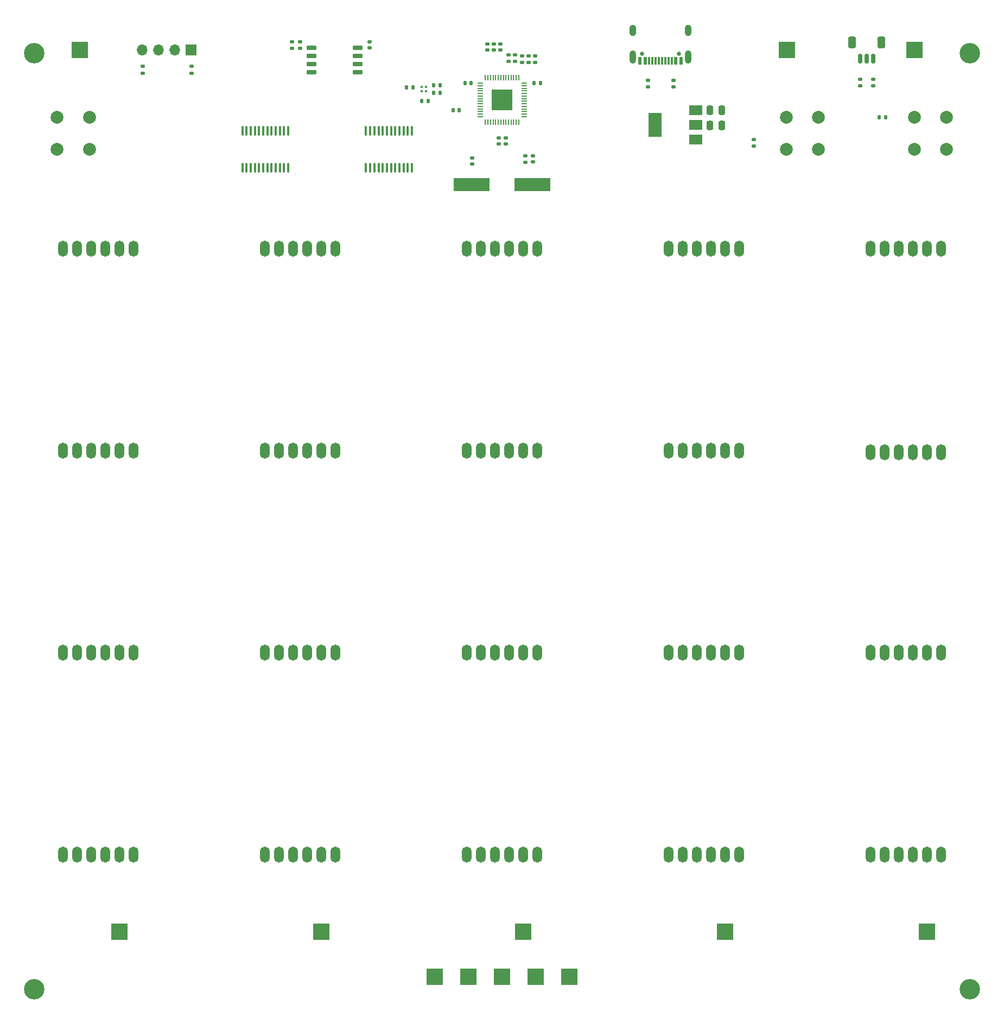
<source format=gbr>
%TF.GenerationSoftware,KiCad,Pcbnew,(6.0.10)*%
%TF.CreationDate,2023-03-03T22:29:42-05:00*%
%TF.ProjectId,master_board,6d617374-6572-45f6-926f-6172642e6b69,rev?*%
%TF.SameCoordinates,Original*%
%TF.FileFunction,Soldermask,Top*%
%TF.FilePolarity,Negative*%
%FSLAX46Y46*%
G04 Gerber Fmt 4.6, Leading zero omitted, Abs format (unit mm)*
G04 Created by KiCad (PCBNEW (6.0.10)) date 2023-03-03 22:29:42*
%MOMM*%
%LPD*%
G01*
G04 APERTURE LIST*
G04 Aperture macros list*
%AMRoundRect*
0 Rectangle with rounded corners*
0 $1 Rounding radius*
0 $2 $3 $4 $5 $6 $7 $8 $9 X,Y pos of 4 corners*
0 Add a 4 corners polygon primitive as box body*
4,1,4,$2,$3,$4,$5,$6,$7,$8,$9,$2,$3,0*
0 Add four circle primitives for the rounded corners*
1,1,$1+$1,$2,$3*
1,1,$1+$1,$4,$5*
1,1,$1+$1,$6,$7*
1,1,$1+$1,$8,$9*
0 Add four rect primitives between the rounded corners*
20,1,$1+$1,$2,$3,$4,$5,0*
20,1,$1+$1,$4,$5,$6,$7,0*
20,1,$1+$1,$6,$7,$8,$9,0*
20,1,$1+$1,$8,$9,$2,$3,0*%
G04 Aperture macros list end*
%ADD10C,0.650000*%
%ADD11R,0.600000X1.150000*%
%ADD12R,0.300000X1.150000*%
%ADD13O,1.000000X1.800000*%
%ADD14O,1.000000X2.100000*%
%ADD15RoundRect,0.135000X0.185000X-0.135000X0.185000X0.135000X-0.185000X0.135000X-0.185000X-0.135000X0*%
%ADD16R,2.500000X2.500000*%
%ADD17RoundRect,0.140000X0.170000X-0.140000X0.170000X0.140000X-0.170000X0.140000X-0.170000X-0.140000X0*%
%ADD18O,1.500000X2.500000*%
%ADD19RoundRect,0.140000X-0.170000X0.140000X-0.170000X-0.140000X0.170000X-0.140000X0.170000X0.140000X0*%
%ADD20RoundRect,0.140000X-0.140000X-0.170000X0.140000X-0.170000X0.140000X0.170000X-0.140000X0.170000X0*%
%ADD21RoundRect,0.135000X0.135000X0.185000X-0.135000X0.185000X-0.135000X-0.185000X0.135000X-0.185000X0*%
%ADD22RoundRect,0.050000X-0.387500X-0.050000X0.387500X-0.050000X0.387500X0.050000X-0.387500X0.050000X0*%
%ADD23RoundRect,0.050000X-0.050000X-0.387500X0.050000X-0.387500X0.050000X0.387500X-0.050000X0.387500X0*%
%ADD24R,3.200000X3.200000*%
%ADD25RoundRect,0.250000X0.250000X0.475000X-0.250000X0.475000X-0.250000X-0.475000X0.250000X-0.475000X0*%
%ADD26RoundRect,0.135000X-0.185000X0.135000X-0.185000X-0.135000X0.185000X-0.135000X0.185000X0.135000X0*%
%ADD27C,3.200000*%
%ADD28C,2.000000*%
%ADD29RoundRect,0.250000X-0.250000X-0.475000X0.250000X-0.475000X0.250000X0.475000X-0.250000X0.475000X0*%
%ADD30RoundRect,0.135000X-0.135000X-0.185000X0.135000X-0.185000X0.135000X0.185000X-0.135000X0.185000X0*%
%ADD31R,5.600000X2.100000*%
%ADD32R,1.700000X1.700000*%
%ADD33O,1.700000X1.700000*%
%ADD34R,0.320000X0.320000*%
%ADD35RoundRect,0.140000X0.140000X0.170000X-0.140000X0.170000X-0.140000X-0.170000X0.140000X-0.170000X0*%
%ADD36RoundRect,0.150000X-0.150000X-0.625000X0.150000X-0.625000X0.150000X0.625000X-0.150000X0.625000X0*%
%ADD37RoundRect,0.250000X-0.350000X-0.650000X0.350000X-0.650000X0.350000X0.650000X-0.350000X0.650000X0*%
%ADD38R,2.000000X1.500000*%
%ADD39R,2.000000X3.800000*%
%ADD40RoundRect,0.100000X0.100000X-0.637500X0.100000X0.637500X-0.100000X0.637500X-0.100000X-0.637500X0*%
%ADD41RoundRect,0.150000X-0.650000X-0.150000X0.650000X-0.150000X0.650000X0.150000X-0.650000X0.150000X0*%
G04 APERTURE END LIST*
D10*
%TO.C,J2*%
X122590000Y-23105000D03*
X116810000Y-23105000D03*
D11*
X122900000Y-24180000D03*
X122100000Y-24180000D03*
D12*
X120950000Y-24180000D03*
X119950000Y-24180000D03*
X119450000Y-24180000D03*
X118450000Y-24180000D03*
D11*
X117300000Y-24180000D03*
X116500000Y-24180000D03*
X116500000Y-24180000D03*
X117300000Y-24180000D03*
D12*
X117950000Y-24180000D03*
X118950000Y-24180000D03*
X120450000Y-24180000D03*
X121450000Y-24180000D03*
D11*
X122100000Y-24180000D03*
X122900000Y-24180000D03*
D13*
X115380000Y-19425000D03*
D14*
X124020000Y-23605000D03*
D13*
X124020000Y-19425000D03*
D14*
X115380000Y-23605000D03*
%TD*%
D15*
%TO.C,R15*%
X38900000Y-26110000D03*
X38900000Y-25090000D03*
%TD*%
D16*
%TO.C,TP7*%
X100250000Y-167000000D03*
%TD*%
D15*
%TO.C,R13*%
X98600000Y-40010000D03*
X98600000Y-38990000D03*
%TD*%
D17*
%TO.C,C7*%
X99154913Y-24433027D03*
X99154913Y-23473027D03*
%TD*%
D18*
%TO.C,M6*%
X58000000Y-116500000D03*
X60200000Y-116500000D03*
X62400000Y-116500000D03*
X64600000Y-116500000D03*
X66800000Y-116500000D03*
X69000000Y-116500000D03*
%TD*%
D19*
%TO.C,C12*%
X90300000Y-39320000D03*
X90300000Y-40280000D03*
%TD*%
D20*
%TO.C,C9*%
X100020000Y-27700000D03*
X100980000Y-27700000D03*
%TD*%
D16*
%TO.C,TP2*%
X139400000Y-22500000D03*
%TD*%
D21*
%TO.C,R2*%
X85310000Y-29200000D03*
X84290000Y-29200000D03*
%TD*%
D18*
%TO.C,M18*%
X152500000Y-116500000D03*
X154700000Y-116500000D03*
X156900000Y-116500000D03*
X159100000Y-116500000D03*
X161300000Y-116500000D03*
X163500000Y-116500000D03*
%TD*%
D15*
%TO.C,R14*%
X63500000Y-22250000D03*
X63500000Y-21230000D03*
%TD*%
D22*
%TO.C,U2*%
X91562500Y-27700000D03*
X91562500Y-28100000D03*
X91562500Y-28500000D03*
X91562500Y-28900000D03*
X91562500Y-29300000D03*
X91562500Y-29700000D03*
X91562500Y-30100000D03*
X91562500Y-30500000D03*
X91562500Y-30900000D03*
X91562500Y-31300000D03*
X91562500Y-31700000D03*
X91562500Y-32100000D03*
X91562500Y-32500000D03*
X91562500Y-32900000D03*
D23*
X92400000Y-33737500D03*
X92800000Y-33737500D03*
X93200000Y-33737500D03*
X93600000Y-33737500D03*
X94000000Y-33737500D03*
X94400000Y-33737500D03*
X94800000Y-33737500D03*
X95200000Y-33737500D03*
X95600000Y-33737500D03*
X96000000Y-33737500D03*
X96400000Y-33737500D03*
X96800000Y-33737500D03*
X97200000Y-33737500D03*
X97600000Y-33737500D03*
D22*
X98437500Y-32900000D03*
X98437500Y-32500000D03*
X98437500Y-32100000D03*
X98437500Y-31700000D03*
X98437500Y-31300000D03*
X98437500Y-30900000D03*
X98437500Y-30500000D03*
X98437500Y-30100000D03*
X98437500Y-29700000D03*
X98437500Y-29300000D03*
X98437500Y-28900000D03*
X98437500Y-28500000D03*
X98437500Y-28100000D03*
X98437500Y-27700000D03*
D23*
X97600000Y-26862500D03*
X97200000Y-26862500D03*
X96800000Y-26862500D03*
X96400000Y-26862500D03*
X96000000Y-26862500D03*
X95600000Y-26862500D03*
X95200000Y-26862500D03*
X94800000Y-26862500D03*
X94400000Y-26862500D03*
X94000000Y-26862500D03*
X93600000Y-26862500D03*
X93200000Y-26862500D03*
X92800000Y-26862500D03*
X92400000Y-26862500D03*
D24*
X95000000Y-30300000D03*
%TD*%
D18*
%TO.C,M7*%
X58000000Y-148000000D03*
X60200000Y-148000000D03*
X62400000Y-148000000D03*
X64600000Y-148000000D03*
X66800000Y-148000000D03*
X69000000Y-148000000D03*
%TD*%
D25*
%TO.C,C2*%
X129275000Y-34250000D03*
X127375000Y-34250000D03*
%TD*%
D21*
%TO.C,R1*%
X85310000Y-28000000D03*
X84290000Y-28000000D03*
%TD*%
D26*
%TO.C,R6*%
X121750000Y-27240000D03*
X121750000Y-28260000D03*
%TD*%
D19*
%TO.C,C13*%
X99800000Y-39020000D03*
X99800000Y-39980000D03*
%TD*%
D26*
%TO.C,R10*%
X97000000Y-23240000D03*
X97000000Y-24260000D03*
%TD*%
D27*
%TO.C,H1*%
X22000000Y-23000000D03*
%TD*%
D18*
%TO.C,M9*%
X89500000Y-85000000D03*
X91700000Y-85000000D03*
X93900000Y-85000000D03*
X96100000Y-85000000D03*
X98300000Y-85000000D03*
X100500000Y-85000000D03*
%TD*%
D27*
%TO.C,H3*%
X168000000Y-23000000D03*
%TD*%
D28*
%TO.C,SW1*%
X159350000Y-33000000D03*
X164350000Y-33000000D03*
X159350000Y-38000000D03*
X164350000Y-38000000D03*
%TD*%
D17*
%TO.C,C6*%
X98154913Y-24433027D03*
X98154913Y-23473027D03*
%TD*%
D26*
%TO.C,R4*%
X152900000Y-27090000D03*
X152900000Y-28110000D03*
%TD*%
D18*
%TO.C,M5*%
X58000000Y-85000000D03*
X60200000Y-85000000D03*
X62400000Y-85000000D03*
X64600000Y-85000000D03*
X66800000Y-85000000D03*
X69000000Y-85000000D03*
%TD*%
%TO.C,M0*%
X26500000Y-53500000D03*
X28700000Y-53500000D03*
X30900000Y-53500000D03*
X33100000Y-53500000D03*
X35300000Y-53500000D03*
X37500000Y-53500000D03*
%TD*%
%TO.C,M4*%
X58000000Y-53500000D03*
X60200000Y-53500000D03*
X62400000Y-53500000D03*
X64600000Y-53500000D03*
X66800000Y-53500000D03*
X69000000Y-53500000D03*
%TD*%
D21*
%TO.C,R3*%
X83510000Y-30500000D03*
X82490000Y-30500000D03*
%TD*%
D17*
%TO.C,C8*%
X100154913Y-24426769D03*
X100154913Y-23466769D03*
%TD*%
D16*
%TO.C,TP4*%
X84500000Y-167000000D03*
%TD*%
D17*
%TO.C,C16*%
X94712859Y-22521473D03*
X94712859Y-21561473D03*
%TD*%
D29*
%TO.C,C1*%
X127375000Y-31875000D03*
X129275000Y-31875000D03*
%TD*%
D16*
%TO.C,TP1*%
X159300000Y-22500000D03*
%TD*%
%TO.C,TP8*%
X105500000Y-167000000D03*
%TD*%
D17*
%TO.C,C15*%
X93712859Y-22521473D03*
X93712859Y-21561473D03*
%TD*%
D27*
%TO.C,H2*%
X22000000Y-169000000D03*
%TD*%
D18*
%TO.C,M2*%
X26500000Y-116500000D03*
X28700000Y-116500000D03*
X30900000Y-116500000D03*
X33100000Y-116500000D03*
X35300000Y-116500000D03*
X37500000Y-116500000D03*
%TD*%
%TO.C,M17*%
X152500000Y-85250000D03*
X154700000Y-85250000D03*
X156900000Y-85250000D03*
X159100000Y-85250000D03*
X161300000Y-85250000D03*
X163500000Y-85250000D03*
%TD*%
%TO.C,M3*%
X26500000Y-148000000D03*
X28700000Y-148000000D03*
X30900000Y-148000000D03*
X33100000Y-148000000D03*
X35300000Y-148000000D03*
X37500000Y-148000000D03*
%TD*%
%TO.C,M16*%
X152500000Y-53500000D03*
X154700000Y-53500000D03*
X156900000Y-53500000D03*
X159100000Y-53500000D03*
X161300000Y-53500000D03*
X163500000Y-53500000D03*
%TD*%
D26*
%TO.C,R12*%
X62250000Y-21230000D03*
X62250000Y-22250000D03*
%TD*%
D30*
%TO.C,R8*%
X153790000Y-33000000D03*
X154810000Y-33000000D03*
%TD*%
D26*
%TO.C,R5*%
X150900000Y-27090000D03*
X150900000Y-28110000D03*
%TD*%
D15*
%TO.C,R16*%
X46520000Y-26110000D03*
X46520000Y-25090000D03*
%TD*%
D16*
%TO.C,TP9*%
X35300000Y-160000000D03*
%TD*%
%TO.C,TP12*%
X129800000Y-160000000D03*
%TD*%
D31*
%TO.C,Y1*%
X99750000Y-43500000D03*
X90250000Y-43500000D03*
%TD*%
D19*
%TO.C,C4*%
X95600000Y-36220000D03*
X95600000Y-37180000D03*
%TD*%
D32*
%TO.C,J3*%
X46500000Y-22500000D03*
D33*
X43960000Y-22500000D03*
X41420000Y-22500000D03*
X38880000Y-22500000D03*
%TD*%
D18*
%TO.C,M15*%
X121000000Y-148000000D03*
X123200000Y-148000000D03*
X125400000Y-148000000D03*
X127600000Y-148000000D03*
X129800000Y-148000000D03*
X132000000Y-148000000D03*
%TD*%
D34*
%TO.C,D1*%
X82470000Y-28930000D03*
X83130000Y-28930000D03*
X83130000Y-28270000D03*
X82470000Y-28270000D03*
%TD*%
D18*
%TO.C,M12*%
X121000000Y-53500000D03*
X123200000Y-53500000D03*
X125400000Y-53500000D03*
X127600000Y-53500000D03*
X129800000Y-53500000D03*
X132000000Y-53500000D03*
%TD*%
D26*
%TO.C,R7*%
X117750000Y-27240000D03*
X117750000Y-28260000D03*
%TD*%
D17*
%TO.C,C17*%
X74350000Y-22180000D03*
X74350000Y-21220000D03*
%TD*%
D35*
%TO.C,C14*%
X90180000Y-27700000D03*
X89220000Y-27700000D03*
%TD*%
D27*
%TO.C,H4*%
X168000000Y-169000000D03*
%TD*%
D16*
%TO.C,TP3*%
X29100000Y-22500000D03*
%TD*%
D18*
%TO.C,M10*%
X89500000Y-116500000D03*
X91700000Y-116500000D03*
X93900000Y-116500000D03*
X96100000Y-116500000D03*
X98300000Y-116500000D03*
X100500000Y-116500000D03*
%TD*%
D26*
%TO.C,R9*%
X96000000Y-23240000D03*
X96000000Y-24260000D03*
%TD*%
D16*
%TO.C,TP13*%
X161300000Y-160000000D03*
%TD*%
D18*
%TO.C,M14*%
X121000000Y-116500000D03*
X123200000Y-116500000D03*
X125400000Y-116500000D03*
X127600000Y-116500000D03*
X129800000Y-116500000D03*
X132000000Y-116500000D03*
%TD*%
D36*
%TO.C,J1*%
X150900000Y-23825000D03*
X151900000Y-23825000D03*
X152900000Y-23825000D03*
D37*
X149600000Y-21300000D03*
X154200000Y-21300000D03*
%TD*%
D18*
%TO.C,M11*%
X89500000Y-148000000D03*
X91700000Y-148000000D03*
X93900000Y-148000000D03*
X96100000Y-148000000D03*
X98300000Y-148000000D03*
X100500000Y-148000000D03*
%TD*%
D35*
%TO.C,C3*%
X81080000Y-28350000D03*
X80120000Y-28350000D03*
%TD*%
D18*
%TO.C,M19*%
X152500000Y-148000000D03*
X154700000Y-148000000D03*
X156900000Y-148000000D03*
X159100000Y-148000000D03*
X161300000Y-148000000D03*
X163500000Y-148000000D03*
%TD*%
%TO.C,M8*%
X89500000Y-53500000D03*
X91700000Y-53500000D03*
X93900000Y-53500000D03*
X96100000Y-53500000D03*
X98300000Y-53500000D03*
X100500000Y-53500000D03*
%TD*%
D16*
%TO.C,TP5*%
X89750000Y-167000000D03*
%TD*%
D18*
%TO.C,M13*%
X121000000Y-85000000D03*
X123200000Y-85000000D03*
X125400000Y-85000000D03*
X127600000Y-85000000D03*
X129800000Y-85000000D03*
X132000000Y-85000000D03*
%TD*%
D38*
%TO.C,U1*%
X125200000Y-36500000D03*
X125200000Y-34200000D03*
D39*
X118900000Y-34200000D03*
D38*
X125200000Y-31900000D03*
%TD*%
D17*
%TO.C,C5*%
X92712859Y-22521473D03*
X92712859Y-21561473D03*
%TD*%
D40*
%TO.C,U5*%
X73775000Y-40862500D03*
X74425000Y-40862500D03*
X75075000Y-40862500D03*
X75725000Y-40862500D03*
X76375000Y-40862500D03*
X77025000Y-40862500D03*
X77675000Y-40862500D03*
X78325000Y-40862500D03*
X78975000Y-40862500D03*
X79625000Y-40862500D03*
X80275000Y-40862500D03*
X80925000Y-40862500D03*
X80925000Y-35137500D03*
X80275000Y-35137500D03*
X79625000Y-35137500D03*
X78975000Y-35137500D03*
X78325000Y-35137500D03*
X77675000Y-35137500D03*
X77025000Y-35137500D03*
X76375000Y-35137500D03*
X75725000Y-35137500D03*
X75075000Y-35137500D03*
X74425000Y-35137500D03*
X73775000Y-35137500D03*
%TD*%
D19*
%TO.C,C10*%
X94500000Y-36220000D03*
X94500000Y-37180000D03*
%TD*%
D41*
%TO.C,U3*%
X65300000Y-22195000D03*
X65300000Y-23465000D03*
X65300000Y-24735000D03*
X65300000Y-26005000D03*
X72500000Y-26005000D03*
X72500000Y-24735000D03*
X72500000Y-23465000D03*
X72500000Y-22195000D03*
%TD*%
D16*
%TO.C,TP11*%
X98300000Y-160000000D03*
%TD*%
D40*
%TO.C,U4*%
X54475000Y-40862500D03*
X55125000Y-40862500D03*
X55775000Y-40862500D03*
X56425000Y-40862500D03*
X57075000Y-40862500D03*
X57725000Y-40862500D03*
X58375000Y-40862500D03*
X59025000Y-40862500D03*
X59675000Y-40862500D03*
X60325000Y-40862500D03*
X60975000Y-40862500D03*
X61625000Y-40862500D03*
X61625000Y-35137500D03*
X60975000Y-35137500D03*
X60325000Y-35137500D03*
X59675000Y-35137500D03*
X59025000Y-35137500D03*
X58375000Y-35137500D03*
X57725000Y-35137500D03*
X57075000Y-35137500D03*
X56425000Y-35137500D03*
X55775000Y-35137500D03*
X55125000Y-35137500D03*
X54475000Y-35137500D03*
%TD*%
D28*
%TO.C,SW2*%
X139350000Y-33000000D03*
X144350000Y-33000000D03*
X139350000Y-38000000D03*
X144350000Y-38000000D03*
%TD*%
D16*
%TO.C,TP6*%
X95000000Y-167000000D03*
%TD*%
D26*
%TO.C,R11*%
X134250000Y-36490000D03*
X134250000Y-37510000D03*
%TD*%
D28*
%TO.C,SW3*%
X25600000Y-33000000D03*
X30600000Y-33000000D03*
X25600000Y-38000000D03*
X30600000Y-38000000D03*
%TD*%
D35*
%TO.C,C11*%
X88330000Y-31875000D03*
X87370000Y-31875000D03*
%TD*%
D16*
%TO.C,TP10*%
X66800000Y-160000000D03*
%TD*%
D18*
%TO.C,M1*%
X26500000Y-85000000D03*
X28700000Y-85000000D03*
X30900000Y-85000000D03*
X33100000Y-85000000D03*
X35300000Y-85000000D03*
X37500000Y-85000000D03*
%TD*%
M02*

</source>
